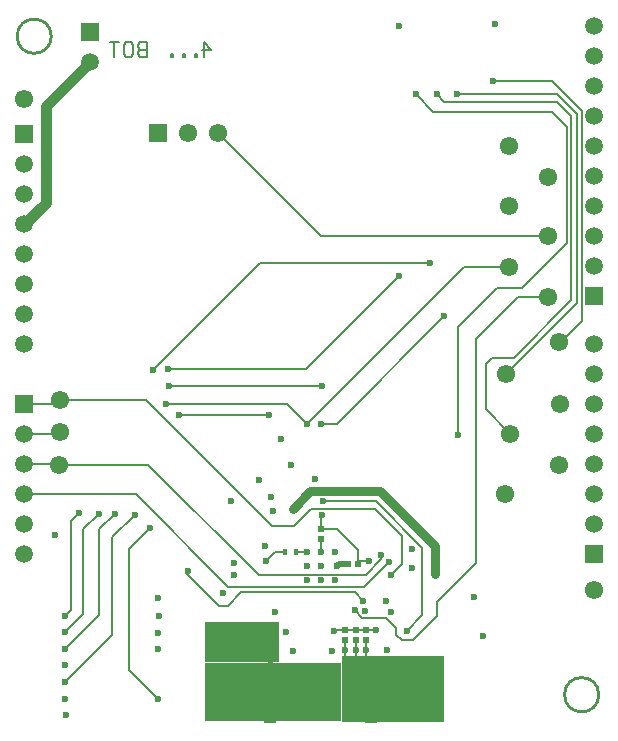
<source format=gbl>
G04 Layer_Physical_Order=4*
G04 Layer_Color=16711680*
%FSLAX43Y43*%
%MOMM*%
G71*
G01*
G75*
%ADD10C,0.254*%
%ADD13R,1.020X4.750*%
%ADD15R,0.520X0.520*%
%ADD24R,0.520X0.520*%
%ADD25R,0.450X0.550*%
%ADD31C,0.200*%
%ADD32C,0.500*%
%ADD37C,0.750*%
%ADD38C,0.150*%
%ADD39R,6.225X3.500*%
%ADD42C,1.550*%
%ADD43C,1.500*%
%ADD44R,1.500X1.500*%
%ADD45R,1.550X1.550*%
%ADD46C,0.600*%
%ADD52C,0.900*%
%ADD53R,8.750X5.575*%
%ADD54R,11.575X5.025*%
D10*
X3825Y58175D02*
G03*
X3825Y58175I-1450J0D01*
G01*
X50175Y2425D02*
G03*
X50175Y2425I-1450J0D01*
G01*
D13*
X22380Y2375D02*
D03*
X30880D02*
D03*
D15*
X30475Y7075D02*
D03*
Y7875D02*
D03*
X28725Y7875D02*
D03*
Y7075D02*
D03*
X29600Y7075D02*
D03*
Y7875D02*
D03*
X26650Y15625D02*
D03*
Y16425D02*
D03*
D24*
X28950Y13500D02*
D03*
X29750D02*
D03*
D25*
X24500Y14500D02*
D03*
X23600D02*
D03*
D31*
X4125Y27000D02*
X4525Y27400D01*
X1500Y27000D02*
X4125D01*
X10400Y4550D02*
Y14800D01*
X8950Y7450D02*
Y15750D01*
X7875Y9200D02*
Y16425D01*
X5000Y7700D02*
X6525Y9225D01*
Y16450D01*
X5525Y17100D02*
X6200Y17775D01*
X27800Y7875D02*
X28725D01*
X27975Y25375D02*
X37075Y34475D01*
X26625Y25375D02*
X27975D01*
X25450Y25325D02*
X38800Y38675D01*
X14625Y26075D02*
X22225D01*
X10400Y14800D02*
X12175Y16575D01*
X10400Y4550D02*
X12875Y2075D01*
X23750Y27025D02*
X25450Y25325D01*
X13525Y27025D02*
X23750D01*
X8950Y15750D02*
X10875Y17675D01*
X10975Y19380D02*
X18805Y11550D01*
X1500Y19380D02*
X10975D01*
X5000Y3500D02*
X8950Y7450D01*
X13800Y28600D02*
X26750D01*
X11850Y27400D02*
X22550Y16700D01*
X4525Y27400D02*
X11850D01*
X7875Y16425D02*
X9200Y17750D01*
X5000Y6325D02*
X7875Y9200D01*
X25400Y30000D02*
X33300Y37900D01*
X13700Y30000D02*
X25400D01*
X12475Y29950D02*
X21475Y38950D01*
X35925D01*
X26640Y41225D02*
X45850D01*
X17915Y49950D02*
X26640Y41225D01*
X6525Y16450D02*
X7825Y17750D01*
X5525Y9625D02*
Y17100D01*
X5000Y9100D02*
X5525Y9625D01*
X18805Y11550D02*
X30300D01*
X30500Y5678D02*
X31228Y4950D01*
X30500Y5678D02*
Y6225D01*
X29625Y5435D02*
X30110Y4950D01*
X29625Y5435D02*
Y6225D01*
X28700Y5242D02*
X28992Y4950D01*
X28700Y5242D02*
Y6225D01*
X30000Y13750D02*
X30700D01*
X31725Y13875D02*
Y14275D01*
X30450Y12600D02*
X31725Y13875D01*
X26650Y16425D02*
X28025D01*
X29750Y14700D01*
Y13500D02*
Y14700D01*
X33900Y7850D02*
X35250Y9200D01*
X36450Y10300D02*
X39750Y13600D01*
X36450Y9050D02*
Y10300D01*
X34425Y7025D02*
X36450Y9050D01*
X33475Y7025D02*
X34425D01*
X33000Y7500D02*
X33475Y7025D01*
X33000Y7500D02*
Y8100D01*
X32150Y8950D02*
X33000Y8100D01*
X30125Y8950D02*
X32150D01*
X29500Y9575D02*
X30125Y8950D01*
X35250Y9200D02*
Y14875D01*
X31275Y18850D02*
X35250Y14875D01*
X26800Y18850D02*
X31275D01*
X25825Y18150D02*
X31200D01*
X24375Y16700D02*
X25825Y18150D01*
X31200D02*
X33500Y15850D01*
X28725Y6250D02*
Y7075D01*
X28700Y6225D02*
X28725Y6250D01*
X29600Y6250D02*
Y7075D01*
Y6250D02*
X29625Y6225D01*
X30475Y6250D02*
Y7075D01*
Y6250D02*
X30500Y6225D01*
X22775Y14500D02*
X23600D01*
X22000Y13725D02*
X22775Y14500D01*
X28725Y7875D02*
X29600D01*
X29600Y7875D02*
X30475D01*
X29600Y7875D02*
X29600Y7875D01*
X30475D02*
X31350D01*
X29750Y13500D02*
X30000Y13750D01*
X26650Y14525D02*
Y15625D01*
X24500Y14500D02*
X25475D01*
X26650Y14525D02*
X26675Y14500D01*
X25268Y12600D02*
X30450D01*
X25218Y12550D02*
X25268Y12600D01*
X21375Y12550D02*
X25218D01*
X12025Y21900D02*
X21375Y12550D01*
X4475Y21900D02*
X12025D01*
X1500Y21920D02*
X4455D01*
X4475Y21900D01*
X1500Y24460D02*
X4335D01*
X4525Y24650D01*
X30300Y11550D02*
X32450Y13700D01*
X29500Y11100D02*
X30250Y10350D01*
X19900Y11100D02*
X29500D01*
X18750Y9950D02*
X19900Y11100D01*
X18025Y9950D02*
X18750D01*
X15212Y12762D02*
X15375Y12925D01*
X15212Y12762D02*
X18025Y9950D01*
X49755Y38675D02*
X49760Y38680D01*
X49755Y41225D02*
X49760Y41220D01*
X49720Y36100D02*
X49760Y36140D01*
X49745Y43775D02*
X49760Y43760D01*
X26650Y17525D02*
X26725Y17600D01*
X26650Y16425D02*
Y17525D01*
X49740Y19400D02*
X49760Y19380D01*
X49740Y21900D02*
X49760Y21920D01*
X49745Y24475D02*
X49760Y24460D01*
X49750Y29550D02*
X49760Y29540D01*
X49540Y32300D02*
X49760Y32080D01*
X49735Y46275D02*
X49760Y46300D01*
X32575Y12550D02*
X33500Y13475D01*
Y15850D01*
X22550Y16700D02*
X24375D01*
X38800Y38675D02*
X42600D01*
X46850Y32300D02*
X46975D01*
X41200Y54375D02*
X46225D01*
X46975Y32300D02*
X48725Y34050D01*
Y51875D01*
X46225Y54375D02*
X48725Y51875D01*
X42300Y29550D02*
X48300Y35550D01*
X38200Y53250D02*
X46650D01*
X48300Y51600D01*
Y35550D02*
Y51600D01*
X39750Y13600D02*
Y32500D01*
X43350Y36100D01*
X45875D01*
X36450Y53250D02*
X37100Y52600D01*
X46650D01*
X47825Y51425D01*
Y35825D02*
Y51425D01*
X42975Y30975D02*
X47825Y35825D01*
X41175Y30975D02*
X42975D01*
X40600Y30400D02*
X41175Y30975D01*
X40600Y26575D02*
Y30400D01*
Y26575D02*
X42700Y24475D01*
X34675Y53250D02*
X36175Y51750D01*
X46225D01*
X47525Y50450D01*
Y40650D02*
Y50450D01*
X43700Y36825D02*
X47525Y40650D01*
X41575Y36825D02*
X43700D01*
X38275Y33525D02*
X41575Y36825D01*
X38275Y24425D02*
Y33525D01*
D32*
X28175Y13500D02*
X28950D01*
X27975Y13300D02*
X28175Y13500D01*
D37*
X24250Y18175D02*
X25725Y19650D01*
X31650D01*
X36325Y14975D01*
Y12650D02*
Y14975D01*
D38*
X16750Y56450D02*
Y57650D01*
X17350Y57050D01*
X16550D01*
X16150Y56450D02*
Y56650D01*
X15950D01*
Y56450D01*
X16150D01*
X15151D02*
Y56650D01*
X14951D01*
Y56450D01*
X15151D01*
X14151D02*
Y56650D01*
X13951D01*
Y56450D01*
X14151D01*
X11952Y57650D02*
Y56450D01*
X11352D01*
X11152Y56650D01*
Y56850D01*
X11352Y57050D01*
X11952D01*
X11352D01*
X11152Y57250D01*
Y57450D01*
X11352Y57650D01*
X11952D01*
X10152D02*
X10552D01*
X10752Y57450D01*
Y56650D01*
X10552Y56450D01*
X10152D01*
X9952Y56650D01*
Y57450D01*
X10152Y57650D01*
X9553D02*
X8753D01*
X9153D01*
Y56450D01*
D39*
X19938Y6875D02*
D03*
D42*
X45875Y36100D02*
D03*
X4525Y27400D02*
D03*
X4475Y21900D02*
D03*
X42575Y48840D02*
D03*
X45850Y46250D02*
D03*
X42575Y43775D02*
D03*
X45850Y41225D02*
D03*
X42600Y38675D02*
D03*
X17915Y49950D02*
D03*
X15375D02*
D03*
X1500Y52850D02*
D03*
X49760Y11325D02*
D03*
X4525Y24650D02*
D03*
X46875Y27000D02*
D03*
X42700Y24475D02*
D03*
X46850Y21900D02*
D03*
X42275Y19400D02*
D03*
X46850Y32300D02*
D03*
X42300Y29550D02*
D03*
D43*
X1500Y32080D02*
D03*
Y34620D02*
D03*
Y37160D02*
D03*
Y39700D02*
D03*
Y42240D02*
D03*
Y44780D02*
D03*
Y47320D02*
D03*
X49760Y38680D02*
D03*
Y43760D02*
D03*
Y46300D02*
D03*
Y48840D02*
D03*
Y51380D02*
D03*
Y53920D02*
D03*
Y56460D02*
D03*
Y59000D02*
D03*
Y41220D02*
D03*
X1500Y14300D02*
D03*
Y16840D02*
D03*
Y19380D02*
D03*
Y21920D02*
D03*
Y24460D02*
D03*
X49760Y32080D02*
D03*
Y29540D02*
D03*
Y27000D02*
D03*
Y24460D02*
D03*
Y21920D02*
D03*
Y19380D02*
D03*
Y16840D02*
D03*
X7100Y55985D02*
D03*
D44*
X1500Y49860D02*
D03*
X49760Y36140D02*
D03*
X1500Y27000D02*
D03*
X49760Y14300D02*
D03*
X7100Y58525D02*
D03*
D45*
X12835Y49950D02*
D03*
D46*
X4100Y15950D02*
D03*
X37075Y34475D02*
D03*
X26625Y25375D02*
D03*
X22225Y26075D02*
D03*
X14625D02*
D03*
X12175Y16575D02*
D03*
X13525Y27025D02*
D03*
X10875Y17675D02*
D03*
X26750Y28600D02*
D03*
X13800D02*
D03*
X9200Y17750D02*
D03*
X33300Y37900D02*
D03*
X13700Y30000D02*
D03*
X35925Y38950D02*
D03*
X7825Y17750D02*
D03*
X12475Y29950D02*
D03*
X6200Y17775D02*
D03*
X12875Y2075D02*
D03*
X5000Y9100D02*
D03*
Y7700D02*
D03*
Y6325D02*
D03*
Y3500D02*
D03*
X12875Y10575D02*
D03*
Y6275D02*
D03*
Y7675D02*
D03*
X12900Y9100D02*
D03*
X5000Y4950D02*
D03*
X5025Y700D02*
D03*
X5000Y2075D02*
D03*
X32000Y3750D02*
D03*
X36550Y1692D02*
D03*
X34275Y625D02*
D03*
X36550Y3825D02*
D03*
X34275D02*
D03*
Y2758D02*
D03*
X36550D02*
D03*
X28992Y4950D02*
D03*
X30110D02*
D03*
X22375Y8100D02*
D03*
Y7033D02*
D03*
X22400Y4900D02*
D03*
Y5967D02*
D03*
X20150Y8050D02*
D03*
Y6983D02*
D03*
X20175Y4850D02*
D03*
Y5917D02*
D03*
X18300Y8075D02*
D03*
Y7008D02*
D03*
X18325Y4875D02*
D03*
Y5942D02*
D03*
X18250Y3975D02*
D03*
Y2908D02*
D03*
X18275Y775D02*
D03*
Y1842D02*
D03*
X20125Y3925D02*
D03*
Y2858D02*
D03*
X20150Y725D02*
D03*
Y1792D02*
D03*
X23400Y3750D02*
D03*
Y2683D02*
D03*
X23425Y550D02*
D03*
Y1617D02*
D03*
X24375Y3775D02*
D03*
Y2708D02*
D03*
X24400Y575D02*
D03*
Y1642D02*
D03*
X32346Y4950D02*
D03*
X35700D02*
D03*
X34582D02*
D03*
X36550Y625D02*
D03*
X34275Y1692D02*
D03*
X29825Y3675D02*
D03*
Y2608D02*
D03*
X29850Y475D02*
D03*
Y1542D02*
D03*
X28850Y3700D02*
D03*
Y2633D02*
D03*
X28875Y500D02*
D03*
Y1567D02*
D03*
X32000Y2683D02*
D03*
Y550D02*
D03*
Y1617D02*
D03*
X30700Y13750D02*
D03*
X31725Y14275D02*
D03*
X34350Y14775D02*
D03*
X27600Y6125D02*
D03*
X24250D02*
D03*
X40350Y7375D02*
D03*
X33900Y7850D02*
D03*
X26800Y18850D02*
D03*
X31350Y7875D02*
D03*
X29625Y6225D02*
D03*
X30500D02*
D03*
X28700D02*
D03*
X26675Y12100D02*
D03*
X25475D02*
D03*
X41375Y59250D02*
D03*
X33225Y59050D02*
D03*
X23675Y7775D02*
D03*
X22775Y9450D02*
D03*
X22000Y13725D02*
D03*
X21925Y15050D02*
D03*
X19000Y18825D02*
D03*
X19250Y13600D02*
D03*
Y12600D02*
D03*
X18375Y11050D02*
D03*
X27800Y7825D02*
D03*
X32275Y6175D02*
D03*
X30250Y10350D02*
D03*
X29500Y9575D02*
D03*
X32175Y10375D02*
D03*
X39625Y10700D02*
D03*
X32575Y9450D02*
D03*
X22625Y18000D02*
D03*
X22425Y19150D02*
D03*
X21375Y20600D02*
D03*
X24125Y21900D02*
D03*
X24250Y18175D02*
D03*
X36325Y12650D02*
D03*
X27875Y12100D02*
D03*
X27975Y13300D02*
D03*
X25475Y14500D02*
D03*
X26675Y13300D02*
D03*
X27875Y14500D02*
D03*
X26675D02*
D03*
X25475Y13300D02*
D03*
X34375Y13150D02*
D03*
X30400Y9500D02*
D03*
X32450Y13700D02*
D03*
X32575Y12550D02*
D03*
X26125Y20675D02*
D03*
X15375Y12925D02*
D03*
X23275Y24075D02*
D03*
X26725Y17600D02*
D03*
X25450Y25325D02*
D03*
X41200Y54375D02*
D03*
X38200Y53250D02*
D03*
X36450D02*
D03*
X34675D02*
D03*
X38275Y24425D02*
D03*
D52*
X1500Y42240D02*
X3350Y44090D01*
Y52235D02*
X7100Y55985D01*
X3350Y44090D02*
Y52235D01*
D53*
X32775Y2888D02*
D03*
D54*
X22612Y2612D02*
D03*
M02*

</source>
